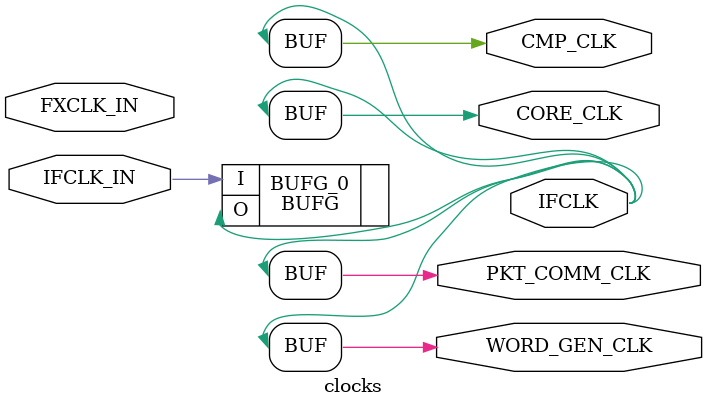
<source format=v>
`timescale 1ns / 1ps


// **********************************************************************
//
// Input clocks:
// * IFCLK_IN 48 MHz.
// * FXCLK_IN 48 MHz.
//
// Output:
// * IFCLK - equal to IFCLK_IN, some phase backshift
// * other clocks
//
// **********************************************************************


module clocks #(
	parameter WORD_GEN_FREQ = 234,
	parameter PKT_COMM_FREQ = 174,
	parameter CORE_FREQ = 216,
	parameter CMP_FREQ = 156
	)(
	input IFCLK_IN,
	input FXCLK_IN,
	
	output IFCLK,
	output WORD_GEN_CLK,
	output PKT_COMM_CLK,
	output CORE_CLK,
	output CMP_CLK
	);


	// ********************************************************************************
	//
	// Attention developer!
	//
	// * On ZTEX 1.15y board, clocks coming from USB device controller do bypass a CPLD.
	// That's unknown why. To get Slave FIFO working, that requires clock phase backshift
	// (DCM can do) or equal measure. That might be the placement of input registers deep
	// into FPGA fabric or usage of IDELAY components.
	//
	// * If several DCMs and/or PLLs are used and their placement is not manually defined,
	// tools (ISE 14.5) place them randomly without a respect to dedicated lines.
	// That results in a usage of general routing for clocks, that in turn can
	// result in an unroutable condition if it's full of wires.
	//
	// * When tools notice derived clocks, they mess up with timing at Place and Route stage.
	//
	// ********************************************************************************



	// ****************************************************************************
	//
	// Spartan-6 Clocking Resources (Xilinx UG382) is anything but straightforward.
	//
	// ****************************************************************************

	// Tasks:
	// - generate a number of clocks for various parts of application
	// - don't use general routing for clocks
	// - define frequencies in MHz, not in magic units
	// - don't define derived clocks, 1 constraint should apply only to 1 clock.

	
	// IFCLK_IN and FXCLK_IN are located near each other.
	// There's some I/O clocking region there.
	// Limited number of dedicated routes from that region to CMTs are available.
	//
	// Each input clock can go to up to 2 CMTs, one of them must be
	// in the top half of fpga and other one must be in the bottom half.
	//
	// CMTs are numbered 0 to 5 from bottom to top.


	// Input clock goes directly into BUFG
	// (was: input clock goes to CMT, used to feed DCM)
	BUFG BUFG_0(
		.I(IFCLK_IN),
		.O(IFCLK)
	);

	// For simplicity all other clocks are set equal to IFCLK
	assign WORD_GEN_CLK = IFCLK;
	assign PKT_COMM_CLK = IFCLK;
	assign CORE_CLK = IFCLK;
	assign CMP_CLK = IFCLK;
	
	// As a result, on-chip frequency generation is not used.

	// To build:
	// - remove clocks.ucf
	// - add ifclk.ucf
	// - remove hs_io_v2.v, add hs_io_v2-ifclk.v
	

endmodule

</source>
